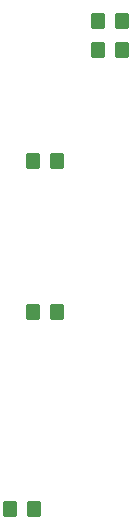
<source format=gbr>
%TF.GenerationSoftware,KiCad,Pcbnew,7.0.1*%
%TF.CreationDate,2023-11-18T18:12:55+02:00*%
%TF.ProjectId,Ulkovalo,556c6b6f-7661-46c6-9f2e-6b696361645f,rev?*%
%TF.SameCoordinates,Original*%
%TF.FileFunction,Paste,Bot*%
%TF.FilePolarity,Positive*%
%FSLAX46Y46*%
G04 Gerber Fmt 4.6, Leading zero omitted, Abs format (unit mm)*
G04 Created by KiCad (PCBNEW 7.0.1) date 2023-11-18 18:12:55*
%MOMM*%
%LPD*%
G01*
G04 APERTURE LIST*
G04 Aperture macros list*
%AMRoundRect*
0 Rectangle with rounded corners*
0 $1 Rounding radius*
0 $2 $3 $4 $5 $6 $7 $8 $9 X,Y pos of 4 corners*
0 Add a 4 corners polygon primitive as box body*
4,1,4,$2,$3,$4,$5,$6,$7,$8,$9,$2,$3,0*
0 Add four circle primitives for the rounded corners*
1,1,$1+$1,$2,$3*
1,1,$1+$1,$4,$5*
1,1,$1+$1,$6,$7*
1,1,$1+$1,$8,$9*
0 Add four rect primitives between the rounded corners*
20,1,$1+$1,$2,$3,$4,$5,0*
20,1,$1+$1,$4,$5,$6,$7,0*
20,1,$1+$1,$6,$7,$8,$9,0*
20,1,$1+$1,$8,$9,$2,$3,0*%
G04 Aperture macros list end*
%ADD10RoundRect,0.250000X0.350000X0.450000X-0.350000X0.450000X-0.350000X-0.450000X0.350000X-0.450000X0*%
%ADD11RoundRect,0.250000X-0.350000X-0.450000X0.350000X-0.450000X0.350000X0.450000X-0.350000X0.450000X0*%
G04 APERTURE END LIST*
D10*
%TO.C,R4*%
X66750000Y-88900000D03*
X64750000Y-88900000D03*
%TD*%
D11*
%TO.C,R8*%
X70250000Y-64250000D03*
X72250000Y-64250000D03*
%TD*%
D10*
%TO.C,R11*%
X66750000Y-76150000D03*
X64750000Y-76150000D03*
%TD*%
D11*
%TO.C,R7*%
X70250000Y-66750000D03*
X72250000Y-66750000D03*
%TD*%
%TO.C,R3*%
X62800000Y-105600000D03*
X64800000Y-105600000D03*
%TD*%
M02*

</source>
